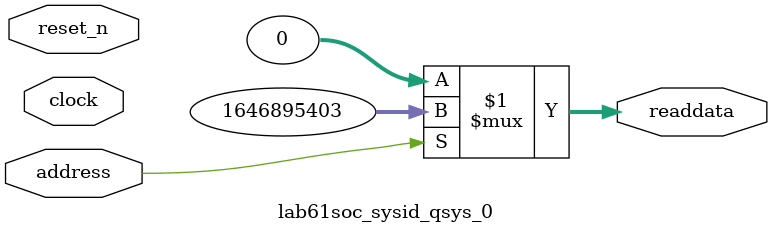
<source format=v>



// synthesis translate_off
`timescale 1ns / 1ps
// synthesis translate_on

// turn off superfluous verilog processor warnings 
// altera message_level Level1 
// altera message_off 10034 10035 10036 10037 10230 10240 10030 

module lab61soc_sysid_qsys_0 (
               // inputs:
                address,
                clock,
                reset_n,

               // outputs:
                readdata
             )
;

  output  [ 31: 0] readdata;
  input            address;
  input            clock;
  input            reset_n;

  wire    [ 31: 0] readdata;
  //control_slave, which is an e_avalon_slave
  assign readdata = address ? 1646895403 : 0;

endmodule



</source>
